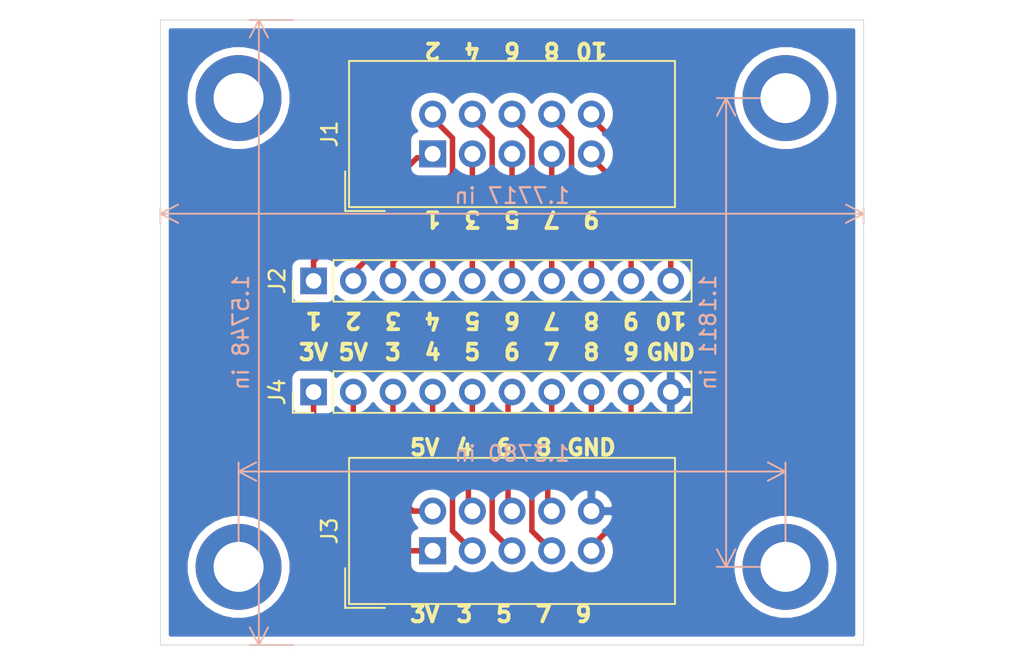
<source format=kicad_pcb>
(kicad_pcb (version 20171130) (host pcbnew "(5.1.5)-3")

  (general
    (thickness 1.6)
    (drawings 48)
    (tracks 59)
    (zones 0)
    (modules 8)
    (nets 21)
  )

  (page A4)
  (layers
    (0 F.Cu signal)
    (31 B.Cu signal)
    (32 B.Adhes user)
    (33 F.Adhes user)
    (34 B.Paste user)
    (35 F.Paste user)
    (36 B.SilkS user)
    (37 F.SilkS user)
    (38 B.Mask user)
    (39 F.Mask user)
    (40 Dwgs.User user)
    (41 Cmts.User user)
    (42 Eco1.User user)
    (43 Eco2.User user)
    (44 Edge.Cuts user)
    (45 Margin user)
    (46 B.CrtYd user)
    (47 F.CrtYd user)
    (48 B.Fab user)
    (49 F.Fab user)
  )

  (setup
    (last_trace_width 0.35)
    (trace_clearance 0.2)
    (zone_clearance 0.508)
    (zone_45_only no)
    (trace_min 0.2)
    (via_size 0.8)
    (via_drill 0.4)
    (via_min_size 0.4)
    (via_min_drill 0.3)
    (uvia_size 0.3)
    (uvia_drill 0.1)
    (uvias_allowed no)
    (uvia_min_size 0.2)
    (uvia_min_drill 0.1)
    (edge_width 0.05)
    (segment_width 0.2)
    (pcb_text_width 0.3)
    (pcb_text_size 1.5 1.5)
    (mod_edge_width 0.12)
    (mod_text_size 1 1)
    (mod_text_width 0.15)
    (pad_size 1.524 1.524)
    (pad_drill 0.762)
    (pad_to_mask_clearance 0.051)
    (solder_mask_min_width 0.25)
    (aux_axis_origin 0 0)
    (grid_origin 142.24 92.71)
    (visible_elements FFFFFF7F)
    (pcbplotparams
      (layerselection 0x010fc_ffffffff)
      (usegerberextensions false)
      (usegerberattributes false)
      (usegerberadvancedattributes false)
      (creategerberjobfile false)
      (excludeedgelayer true)
      (linewidth 0.100000)
      (plotframeref false)
      (viasonmask false)
      (mode 1)
      (useauxorigin false)
      (hpglpennumber 1)
      (hpglpenspeed 20)
      (hpglpendiameter 15.000000)
      (psnegative false)
      (psa4output false)
      (plotreference true)
      (plotvalue true)
      (plotinvisibletext false)
      (padsonsilk false)
      (subtractmaskfromsilk false)
      (outputformat 1)
      (mirror false)
      (drillshape 0)
      (scaleselection 1)
      (outputdirectory "IDC_MAP_GRBR/"))
  )

  (net 0 "")
  (net 1 "Net-(J1-Pad3)")
  (net 2 "Net-(J1-Pad4)")
  (net 3 "Net-(J1-Pad5)")
  (net 4 "Net-(J1-Pad6)")
  (net 5 "Net-(J1-Pad7)")
  (net 6 "Net-(J1-Pad8)")
  (net 7 "Net-(J1-Pad9)")
  (net 8 "Net-(J3-Pad9)")
  (net 9 "Net-(J3-Pad8)")
  (net 10 "Net-(J3-Pad7)")
  (net 11 "Net-(J3-Pad6)")
  (net 12 "Net-(J3-Pad5)")
  (net 13 "Net-(J3-Pad4)")
  (net 14 "Net-(J3-Pad3)")
  (net 15 "Net-(J1-Pad1)")
  (net 16 "Net-(J1-Pad2)")
  (net 17 "Net-(J1-Pad10)")
  (net 18 "Net-(J3-Pad10)")
  (net 19 "Net-(J3-Pad2)")
  (net 20 "Net-(J3-Pad1)")

  (net_class Default "This is the default net class."
    (clearance 0.2)
    (trace_width 0.35)
    (via_dia 0.8)
    (via_drill 0.4)
    (uvia_dia 0.3)
    (uvia_drill 0.1)
    (add_net "Net-(J1-Pad1)")
    (add_net "Net-(J1-Pad10)")
    (add_net "Net-(J1-Pad2)")
    (add_net "Net-(J1-Pad3)")
    (add_net "Net-(J1-Pad4)")
    (add_net "Net-(J1-Pad5)")
    (add_net "Net-(J1-Pad6)")
    (add_net "Net-(J1-Pad7)")
    (add_net "Net-(J1-Pad8)")
    (add_net "Net-(J1-Pad9)")
    (add_net "Net-(J3-Pad1)")
    (add_net "Net-(J3-Pad10)")
    (add_net "Net-(J3-Pad2)")
    (add_net "Net-(J3-Pad3)")
    (add_net "Net-(J3-Pad4)")
    (add_net "Net-(J3-Pad5)")
    (add_net "Net-(J3-Pad6)")
    (add_net "Net-(J3-Pad7)")
    (add_net "Net-(J3-Pad8)")
    (add_net "Net-(J3-Pad9)")
  )

  (module MountingHole:MountingHole_3.2mm_M3_ISO14580_Pad (layer F.Cu) (tedit 56D1B4CB) (tstamp 5ED5E0F0)
    (at 124.74 107.71)
    (descr "Mounting Hole 3.2mm, M3, ISO14580")
    (tags "mounting hole 3.2mm m3 iso14580")
    (attr virtual)
    (fp_text reference REF** (at 0 -3.75) (layer Dwgs.User)
      (effects (font (size 1 1) (thickness 0.15)))
    )
    (fp_text value MountingHole_3.2mm_M3_ISO14580_Pad (at 0 3.75) (layer F.Fab)
      (effects (font (size 1 1) (thickness 0.15)))
    )
    (fp_circle (center 0 0) (end 3 0) (layer F.CrtYd) (width 0.05))
    (fp_circle (center 0 0) (end 2.75 0) (layer Cmts.User) (width 0.15))
    (fp_text user %R (at 0.3 0) (layer F.Fab)
      (effects (font (size 1 1) (thickness 0.15)))
    )
    (pad 1 thru_hole circle (at 0 0) (size 5.5 5.5) (drill 3.2) (layers *.Cu *.Mask))
  )

  (module MountingHole:MountingHole_3.2mm_M3_ISO14580_Pad (layer F.Cu) (tedit 56D1B4CB) (tstamp 5ED5E0E9)
    (at 124.74 77.71)
    (descr "Mounting Hole 3.2mm, M3, ISO14580")
    (tags "mounting hole 3.2mm m3 iso14580")
    (attr virtual)
    (fp_text reference REF** (at 0 -3.75) (layer Dwgs.User)
      (effects (font (size 1 1) (thickness 0.15)))
    )
    (fp_text value MountingHole_3.2mm_M3_ISO14580_Pad (at 0 3.75) (layer F.Fab)
      (effects (font (size 1 1) (thickness 0.15)))
    )
    (fp_text user %R (at 0.3 0) (layer F.Fab)
      (effects (font (size 1 1) (thickness 0.15)))
    )
    (fp_circle (center 0 0) (end 2.75 0) (layer Cmts.User) (width 0.15))
    (fp_circle (center 0 0) (end 3 0) (layer F.CrtYd) (width 0.05))
    (pad 1 thru_hole circle (at 0 0) (size 5.5 5.5) (drill 3.2) (layers *.Cu *.Mask))
  )

  (module MountingHole:MountingHole_3.2mm_M3_ISO14580_Pad (layer F.Cu) (tedit 56D1B4CB) (tstamp 5ED5E0DB)
    (at 159.74 107.71)
    (descr "Mounting Hole 3.2mm, M3, ISO14580")
    (tags "mounting hole 3.2mm m3 iso14580")
    (attr virtual)
    (fp_text reference REF** (at 0 -3.75) (layer Dwgs.User)
      (effects (font (size 1 1) (thickness 0.15)))
    )
    (fp_text value MountingHole_3.2mm_M3_ISO14580_Pad (at 0 3.75) (layer F.Fab)
      (effects (font (size 1 1) (thickness 0.15)))
    )
    (fp_text user %R (at 0.3 0) (layer F.Fab)
      (effects (font (size 1 1) (thickness 0.15)))
    )
    (fp_circle (center 0 0) (end 2.75 0) (layer Cmts.User) (width 0.15))
    (fp_circle (center 0 0) (end 3 0) (layer F.CrtYd) (width 0.05))
    (pad 1 thru_hole circle (at 0 0) (size 5.5 5.5) (drill 3.2) (layers *.Cu *.Mask))
  )

  (module MountingHole:MountingHole_3.2mm_M3_ISO14580_Pad (layer F.Cu) (tedit 56D1B4CB) (tstamp 5ED5E0B9)
    (at 159.74 77.71)
    (descr "Mounting Hole 3.2mm, M3, ISO14580")
    (tags "mounting hole 3.2mm m3 iso14580")
    (attr virtual)
    (fp_text reference REF** (at 0 -3.75) (layer Dwgs.User)
      (effects (font (size 1 1) (thickness 0.15)))
    )
    (fp_text value MountingHole_3.2mm_M3_ISO14580_Pad (at 0 3.75) (layer F.Fab)
      (effects (font (size 1 1) (thickness 0.15)))
    )
    (fp_circle (center 0 0) (end 3 0) (layer F.CrtYd) (width 0.05))
    (fp_circle (center 0 0) (end 2.75 0) (layer Cmts.User) (width 0.15))
    (fp_text user %R (at 0.3 0) (layer F.Fab)
      (effects (font (size 1 1) (thickness 0.15)))
    )
    (pad 1 thru_hole circle (at 0 0) (size 5.5 5.5) (drill 3.2) (layers *.Cu *.Mask))
  )

  (module Connector_PinHeader_2.54mm:PinHeader_1x10_P2.54mm_Vertical (layer F.Cu) (tedit 59FED5CC) (tstamp 5ED5875F)
    (at 129.54 89.408 90)
    (descr "Through hole straight pin header, 1x10, 2.54mm pitch, single row")
    (tags "Through hole pin header THT 1x10 2.54mm single row")
    (path /5ED587EB)
    (fp_text reference J2 (at 0 -2.33 90) (layer F.SilkS)
      (effects (font (size 1 1) (thickness 0.15)))
    )
    (fp_text value Conn_01x10 (at 0 25.19 90) (layer F.Fab)
      (effects (font (size 1 1) (thickness 0.15)))
    )
    (fp_line (start -0.635 -1.27) (end 1.27 -1.27) (layer F.Fab) (width 0.1))
    (fp_line (start 1.27 -1.27) (end 1.27 24.13) (layer F.Fab) (width 0.1))
    (fp_line (start 1.27 24.13) (end -1.27 24.13) (layer F.Fab) (width 0.1))
    (fp_line (start -1.27 24.13) (end -1.27 -0.635) (layer F.Fab) (width 0.1))
    (fp_line (start -1.27 -0.635) (end -0.635 -1.27) (layer F.Fab) (width 0.1))
    (fp_line (start -1.33 24.19) (end 1.33 24.19) (layer F.SilkS) (width 0.12))
    (fp_line (start -1.33 1.27) (end -1.33 24.19) (layer F.SilkS) (width 0.12))
    (fp_line (start 1.33 1.27) (end 1.33 24.19) (layer F.SilkS) (width 0.12))
    (fp_line (start -1.33 1.27) (end 1.33 1.27) (layer F.SilkS) (width 0.12))
    (fp_line (start -1.33 0) (end -1.33 -1.33) (layer F.SilkS) (width 0.12))
    (fp_line (start -1.33 -1.33) (end 0 -1.33) (layer F.SilkS) (width 0.12))
    (fp_line (start -1.8 -1.8) (end -1.8 24.65) (layer F.CrtYd) (width 0.05))
    (fp_line (start -1.8 24.65) (end 1.8 24.65) (layer F.CrtYd) (width 0.05))
    (fp_line (start 1.8 24.65) (end 1.8 -1.8) (layer F.CrtYd) (width 0.05))
    (fp_line (start 1.8 -1.8) (end -1.8 -1.8) (layer F.CrtYd) (width 0.05))
    (fp_text user %R (at 0 11.43) (layer F.Fab)
      (effects (font (size 1 1) (thickness 0.15)))
    )
    (pad 1 thru_hole rect (at 0 0 90) (size 1.7 1.7) (drill 1) (layers *.Cu *.Mask)
      (net 15 "Net-(J1-Pad1)"))
    (pad 2 thru_hole oval (at 0 2.54 90) (size 1.7 1.7) (drill 1) (layers *.Cu *.Mask)
      (net 16 "Net-(J1-Pad2)"))
    (pad 3 thru_hole oval (at 0 5.08 90) (size 1.7 1.7) (drill 1) (layers *.Cu *.Mask)
      (net 1 "Net-(J1-Pad3)"))
    (pad 4 thru_hole oval (at 0 7.62 90) (size 1.7 1.7) (drill 1) (layers *.Cu *.Mask)
      (net 2 "Net-(J1-Pad4)"))
    (pad 5 thru_hole oval (at 0 10.16 90) (size 1.7 1.7) (drill 1) (layers *.Cu *.Mask)
      (net 3 "Net-(J1-Pad5)"))
    (pad 6 thru_hole oval (at 0 12.7 90) (size 1.7 1.7) (drill 1) (layers *.Cu *.Mask)
      (net 4 "Net-(J1-Pad6)"))
    (pad 7 thru_hole oval (at 0 15.24 90) (size 1.7 1.7) (drill 1) (layers *.Cu *.Mask)
      (net 5 "Net-(J1-Pad7)"))
    (pad 8 thru_hole oval (at 0 17.78 90) (size 1.7 1.7) (drill 1) (layers *.Cu *.Mask)
      (net 6 "Net-(J1-Pad8)"))
    (pad 9 thru_hole oval (at 0 20.32 90) (size 1.7 1.7) (drill 1) (layers *.Cu *.Mask)
      (net 7 "Net-(J1-Pad9)"))
    (pad 10 thru_hole oval (at 0 22.86 90) (size 1.7 1.7) (drill 1) (layers *.Cu *.Mask)
      (net 17 "Net-(J1-Pad10)"))
    (model ${KISYS3DMOD}/Connector_PinHeader_2.54mm.3dshapes/PinHeader_1x10_P2.54mm_Vertical.wrl
      (at (xyz 0 0 0))
      (scale (xyz 1 1 1))
      (rotate (xyz 0 0 0))
    )
  )

  (module Connector_PinHeader_2.54mm:PinHeader_1x10_P2.54mm_Vertical (layer F.Cu) (tedit 59FED5CC) (tstamp 5ED58792)
    (at 129.54 96.52 90)
    (descr "Through hole straight pin header, 1x10, 2.54mm pitch, single row")
    (tags "Through hole pin header THT 1x10 2.54mm single row")
    (path /5ED69749)
    (fp_text reference J4 (at 0 -2.33 90) (layer F.SilkS)
      (effects (font (size 1 1) (thickness 0.15)))
    )
    (fp_text value Conn_01x10 (at 0 25.19 90) (layer F.Fab)
      (effects (font (size 1 1) (thickness 0.15)))
    )
    (fp_text user %R (at 0 11.43) (layer F.Fab)
      (effects (font (size 1 1) (thickness 0.15)))
    )
    (fp_line (start 1.8 -1.8) (end -1.8 -1.8) (layer F.CrtYd) (width 0.05))
    (fp_line (start 1.8 24.65) (end 1.8 -1.8) (layer F.CrtYd) (width 0.05))
    (fp_line (start -1.8 24.65) (end 1.8 24.65) (layer F.CrtYd) (width 0.05))
    (fp_line (start -1.8 -1.8) (end -1.8 24.65) (layer F.CrtYd) (width 0.05))
    (fp_line (start -1.33 -1.33) (end 0 -1.33) (layer F.SilkS) (width 0.12))
    (fp_line (start -1.33 0) (end -1.33 -1.33) (layer F.SilkS) (width 0.12))
    (fp_line (start -1.33 1.27) (end 1.33 1.27) (layer F.SilkS) (width 0.12))
    (fp_line (start 1.33 1.27) (end 1.33 24.19) (layer F.SilkS) (width 0.12))
    (fp_line (start -1.33 1.27) (end -1.33 24.19) (layer F.SilkS) (width 0.12))
    (fp_line (start -1.33 24.19) (end 1.33 24.19) (layer F.SilkS) (width 0.12))
    (fp_line (start -1.27 -0.635) (end -0.635 -1.27) (layer F.Fab) (width 0.1))
    (fp_line (start -1.27 24.13) (end -1.27 -0.635) (layer F.Fab) (width 0.1))
    (fp_line (start 1.27 24.13) (end -1.27 24.13) (layer F.Fab) (width 0.1))
    (fp_line (start 1.27 -1.27) (end 1.27 24.13) (layer F.Fab) (width 0.1))
    (fp_line (start -0.635 -1.27) (end 1.27 -1.27) (layer F.Fab) (width 0.1))
    (pad 10 thru_hole oval (at 0 22.86 90) (size 1.7 1.7) (drill 1) (layers *.Cu *.Mask)
      (net 18 "Net-(J3-Pad10)"))
    (pad 9 thru_hole oval (at 0 20.32 90) (size 1.7 1.7) (drill 1) (layers *.Cu *.Mask)
      (net 8 "Net-(J3-Pad9)"))
    (pad 8 thru_hole oval (at 0 17.78 90) (size 1.7 1.7) (drill 1) (layers *.Cu *.Mask)
      (net 9 "Net-(J3-Pad8)"))
    (pad 7 thru_hole oval (at 0 15.24 90) (size 1.7 1.7) (drill 1) (layers *.Cu *.Mask)
      (net 10 "Net-(J3-Pad7)"))
    (pad 6 thru_hole oval (at 0 12.7 90) (size 1.7 1.7) (drill 1) (layers *.Cu *.Mask)
      (net 11 "Net-(J3-Pad6)"))
    (pad 5 thru_hole oval (at 0 10.16 90) (size 1.7 1.7) (drill 1) (layers *.Cu *.Mask)
      (net 12 "Net-(J3-Pad5)"))
    (pad 4 thru_hole oval (at 0 7.62 90) (size 1.7 1.7) (drill 1) (layers *.Cu *.Mask)
      (net 13 "Net-(J3-Pad4)"))
    (pad 3 thru_hole oval (at 0 5.08 90) (size 1.7 1.7) (drill 1) (layers *.Cu *.Mask)
      (net 14 "Net-(J3-Pad3)"))
    (pad 2 thru_hole oval (at 0 2.54 90) (size 1.7 1.7) (drill 1) (layers *.Cu *.Mask)
      (net 19 "Net-(J3-Pad2)"))
    (pad 1 thru_hole rect (at 0 0 90) (size 1.7 1.7) (drill 1) (layers *.Cu *.Mask)
      (net 20 "Net-(J3-Pad1)"))
    (model ${KISYS3DMOD}/Connector_PinHeader_2.54mm.3dshapes/PinHeader_1x10_P2.54mm_Vertical.wrl
      (at (xyz 0 0 0))
      (scale (xyz 1 1 1))
      (rotate (xyz 0 0 0))
    )
  )

  (module Connector_IDC:IDC-Header_2x05_P2.54mm_Vertical (layer F.Cu) (tedit 59DE0611) (tstamp 5ED58E5C)
    (at 137.16 81.28 90)
    (descr "Through hole straight IDC box header, 2x05, 2.54mm pitch, double rows")
    (tags "Through hole IDC box header THT 2x05 2.54mm double row")
    (path /5ED57B16)
    (fp_text reference J1 (at 1.27 -6.604 90) (layer F.SilkS)
      (effects (font (size 1 1) (thickness 0.15)))
    )
    (fp_text value Conn_02x05_Odd_Even (at 1.27 16.764 90) (layer F.Fab)
      (effects (font (size 1 1) (thickness 0.15)))
    )
    (fp_text user %R (at 1.27 5.08 90) (layer F.Fab)
      (effects (font (size 1 1) (thickness 0.15)))
    )
    (fp_line (start 5.695 -5.1) (end 5.695 15.26) (layer F.Fab) (width 0.1))
    (fp_line (start 5.145 -4.56) (end 5.145 14.7) (layer F.Fab) (width 0.1))
    (fp_line (start -3.155 -5.1) (end -3.155 15.26) (layer F.Fab) (width 0.1))
    (fp_line (start -2.605 -4.56) (end -2.605 2.83) (layer F.Fab) (width 0.1))
    (fp_line (start -2.605 7.33) (end -2.605 14.7) (layer F.Fab) (width 0.1))
    (fp_line (start -2.605 2.83) (end -3.155 2.83) (layer F.Fab) (width 0.1))
    (fp_line (start -2.605 7.33) (end -3.155 7.33) (layer F.Fab) (width 0.1))
    (fp_line (start 5.695 -5.1) (end -3.155 -5.1) (layer F.Fab) (width 0.1))
    (fp_line (start 5.145 -4.56) (end -2.605 -4.56) (layer F.Fab) (width 0.1))
    (fp_line (start 5.695 15.26) (end -3.155 15.26) (layer F.Fab) (width 0.1))
    (fp_line (start 5.145 14.7) (end -2.605 14.7) (layer F.Fab) (width 0.1))
    (fp_line (start 5.695 -5.1) (end 5.145 -4.56) (layer F.Fab) (width 0.1))
    (fp_line (start 5.695 15.26) (end 5.145 14.7) (layer F.Fab) (width 0.1))
    (fp_line (start -3.155 -5.1) (end -2.605 -4.56) (layer F.Fab) (width 0.1))
    (fp_line (start -3.155 15.26) (end -2.605 14.7) (layer F.Fab) (width 0.1))
    (fp_line (start 5.95 -5.35) (end 5.95 15.51) (layer F.CrtYd) (width 0.05))
    (fp_line (start 5.95 15.51) (end -3.41 15.51) (layer F.CrtYd) (width 0.05))
    (fp_line (start -3.41 15.51) (end -3.41 -5.35) (layer F.CrtYd) (width 0.05))
    (fp_line (start -3.41 -5.35) (end 5.95 -5.35) (layer F.CrtYd) (width 0.05))
    (fp_line (start 5.945 -5.35) (end 5.945 15.51) (layer F.SilkS) (width 0.12))
    (fp_line (start 5.945 15.51) (end -3.405 15.51) (layer F.SilkS) (width 0.12))
    (fp_line (start -3.405 15.51) (end -3.405 -5.35) (layer F.SilkS) (width 0.12))
    (fp_line (start -3.405 -5.35) (end 5.945 -5.35) (layer F.SilkS) (width 0.12))
    (fp_line (start -3.655 -5.6) (end -3.655 -3.06) (layer F.SilkS) (width 0.12))
    (fp_line (start -3.655 -5.6) (end -1.115 -5.6) (layer F.SilkS) (width 0.12))
    (pad 1 thru_hole rect (at 0 0 90) (size 1.7272 1.7272) (drill 1.016) (layers *.Cu *.Mask)
      (net 15 "Net-(J1-Pad1)"))
    (pad 2 thru_hole oval (at 2.54 0 90) (size 1.7272 1.7272) (drill 1.016) (layers *.Cu *.Mask)
      (net 16 "Net-(J1-Pad2)"))
    (pad 3 thru_hole oval (at 0 2.54 90) (size 1.7272 1.7272) (drill 1.016) (layers *.Cu *.Mask)
      (net 1 "Net-(J1-Pad3)"))
    (pad 4 thru_hole oval (at 2.54 2.54 90) (size 1.7272 1.7272) (drill 1.016) (layers *.Cu *.Mask)
      (net 2 "Net-(J1-Pad4)"))
    (pad 5 thru_hole oval (at 0 5.08 90) (size 1.7272 1.7272) (drill 1.016) (layers *.Cu *.Mask)
      (net 3 "Net-(J1-Pad5)"))
    (pad 6 thru_hole oval (at 2.54 5.08 90) (size 1.7272 1.7272) (drill 1.016) (layers *.Cu *.Mask)
      (net 4 "Net-(J1-Pad6)"))
    (pad 7 thru_hole oval (at 0 7.62 90) (size 1.7272 1.7272) (drill 1.016) (layers *.Cu *.Mask)
      (net 5 "Net-(J1-Pad7)"))
    (pad 8 thru_hole oval (at 2.54 7.62 90) (size 1.7272 1.7272) (drill 1.016) (layers *.Cu *.Mask)
      (net 6 "Net-(J1-Pad8)"))
    (pad 9 thru_hole oval (at 0 10.16 90) (size 1.7272 1.7272) (drill 1.016) (layers *.Cu *.Mask)
      (net 7 "Net-(J1-Pad9)"))
    (pad 10 thru_hole oval (at 2.54 10.16 90) (size 1.7272 1.7272) (drill 1.016) (layers *.Cu *.Mask)
      (net 17 "Net-(J1-Pad10)"))
    (model ${KISYS3DMOD}/Connector_IDC.3dshapes/IDC-Header_2x05_P2.54mm_Vertical.wrl
      (at (xyz 0 0 0))
      (scale (xyz 1 1 1))
      (rotate (xyz 0 0 0))
    )
  )

  (module Connector_IDC:IDC-Header_2x05_P2.54mm_Vertical (layer F.Cu) (tedit 59DE0611) (tstamp 5ED5904F)
    (at 137.16 106.68 90)
    (descr "Through hole straight IDC box header, 2x05, 2.54mm pitch, double rows")
    (tags "Through hole IDC box header THT 2x05 2.54mm double row")
    (path /5ED6973F)
    (fp_text reference J3 (at 1.27 -6.604 90) (layer F.SilkS)
      (effects (font (size 1 1) (thickness 0.15)))
    )
    (fp_text value Conn_02x05_Odd_Even (at 1.27 16.764 90) (layer F.Fab)
      (effects (font (size 1 1) (thickness 0.15)))
    )
    (fp_text user %R (at 1.27 5.08 90) (layer F.Fab)
      (effects (font (size 1 1) (thickness 0.15)))
    )
    (fp_line (start 5.695 -5.1) (end 5.695 15.26) (layer F.Fab) (width 0.1))
    (fp_line (start 5.145 -4.56) (end 5.145 14.7) (layer F.Fab) (width 0.1))
    (fp_line (start -3.155 -5.1) (end -3.155 15.26) (layer F.Fab) (width 0.1))
    (fp_line (start -2.605 -4.56) (end -2.605 2.83) (layer F.Fab) (width 0.1))
    (fp_line (start -2.605 7.33) (end -2.605 14.7) (layer F.Fab) (width 0.1))
    (fp_line (start -2.605 2.83) (end -3.155 2.83) (layer F.Fab) (width 0.1))
    (fp_line (start -2.605 7.33) (end -3.155 7.33) (layer F.Fab) (width 0.1))
    (fp_line (start 5.695 -5.1) (end -3.155 -5.1) (layer F.Fab) (width 0.1))
    (fp_line (start 5.145 -4.56) (end -2.605 -4.56) (layer F.Fab) (width 0.1))
    (fp_line (start 5.695 15.26) (end -3.155 15.26) (layer F.Fab) (width 0.1))
    (fp_line (start 5.145 14.7) (end -2.605 14.7) (layer F.Fab) (width 0.1))
    (fp_line (start 5.695 -5.1) (end 5.145 -4.56) (layer F.Fab) (width 0.1))
    (fp_line (start 5.695 15.26) (end 5.145 14.7) (layer F.Fab) (width 0.1))
    (fp_line (start -3.155 -5.1) (end -2.605 -4.56) (layer F.Fab) (width 0.1))
    (fp_line (start -3.155 15.26) (end -2.605 14.7) (layer F.Fab) (width 0.1))
    (fp_line (start 5.95 -5.35) (end 5.95 15.51) (layer F.CrtYd) (width 0.05))
    (fp_line (start 5.95 15.51) (end -3.41 15.51) (layer F.CrtYd) (width 0.05))
    (fp_line (start -3.41 15.51) (end -3.41 -5.35) (layer F.CrtYd) (width 0.05))
    (fp_line (start -3.41 -5.35) (end 5.95 -5.35) (layer F.CrtYd) (width 0.05))
    (fp_line (start 5.945 -5.35) (end 5.945 15.51) (layer F.SilkS) (width 0.12))
    (fp_line (start 5.945 15.51) (end -3.405 15.51) (layer F.SilkS) (width 0.12))
    (fp_line (start -3.405 15.51) (end -3.405 -5.35) (layer F.SilkS) (width 0.12))
    (fp_line (start -3.405 -5.35) (end 5.945 -5.35) (layer F.SilkS) (width 0.12))
    (fp_line (start -3.655 -5.6) (end -3.655 -3.06) (layer F.SilkS) (width 0.12))
    (fp_line (start -3.655 -5.6) (end -1.115 -5.6) (layer F.SilkS) (width 0.12))
    (pad 1 thru_hole rect (at 0 0 90) (size 1.7272 1.7272) (drill 1.016) (layers *.Cu *.Mask)
      (net 20 "Net-(J3-Pad1)"))
    (pad 2 thru_hole oval (at 2.54 0 90) (size 1.7272 1.7272) (drill 1.016) (layers *.Cu *.Mask)
      (net 19 "Net-(J3-Pad2)"))
    (pad 3 thru_hole oval (at 0 2.54 90) (size 1.7272 1.7272) (drill 1.016) (layers *.Cu *.Mask)
      (net 14 "Net-(J3-Pad3)"))
    (pad 4 thru_hole oval (at 2.54 2.54 90) (size 1.7272 1.7272) (drill 1.016) (layers *.Cu *.Mask)
      (net 13 "Net-(J3-Pad4)"))
    (pad 5 thru_hole oval (at 0 5.08 90) (size 1.7272 1.7272) (drill 1.016) (layers *.Cu *.Mask)
      (net 12 "Net-(J3-Pad5)"))
    (pad 6 thru_hole oval (at 2.54 5.08 90) (size 1.7272 1.7272) (drill 1.016) (layers *.Cu *.Mask)
      (net 11 "Net-(J3-Pad6)"))
    (pad 7 thru_hole oval (at 0 7.62 90) (size 1.7272 1.7272) (drill 1.016) (layers *.Cu *.Mask)
      (net 10 "Net-(J3-Pad7)"))
    (pad 8 thru_hole oval (at 2.54 7.62 90) (size 1.7272 1.7272) (drill 1.016) (layers *.Cu *.Mask)
      (net 9 "Net-(J3-Pad8)"))
    (pad 9 thru_hole oval (at 0 10.16 90) (size 1.7272 1.7272) (drill 1.016) (layers *.Cu *.Mask)
      (net 8 "Net-(J3-Pad9)"))
    (pad 10 thru_hole oval (at 2.54 10.16 90) (size 1.7272 1.7272) (drill 1.016) (layers *.Cu *.Mask)
      (net 18 "Net-(J3-Pad10)"))
    (model ${KISYS3DMOD}/Connector_IDC.3dshapes/IDC-Header_2x05_P2.54mm_Vertical.wrl
      (at (xyz 0 0 0))
      (scale (xyz 1 1 1))
      (rotate (xyz 0 0 0))
    )
  )

  (dimension 40 (width 0.12) (layer B.SilkS)
    (gr_text "40.000 mm" (at 124.77 92.71 90) (layer B.SilkS)
      (effects (font (size 1 1) (thickness 0.15)) (justify mirror))
    )
    (feature1 (pts (xy 128.24 72.71) (xy 125.453579 72.71)))
    (feature2 (pts (xy 128.24 112.71) (xy 125.453579 112.71)))
    (crossbar (pts (xy 126.04 112.71) (xy 126.04 72.71)))
    (arrow1a (pts (xy 126.04 72.71) (xy 126.626421 73.836504)))
    (arrow1b (pts (xy 126.04 72.71) (xy 125.453579 73.836504)))
    (arrow2a (pts (xy 126.04 112.71) (xy 126.626421 111.583496)))
    (arrow2b (pts (xy 126.04 112.71) (xy 125.453579 111.583496)))
  )
  (dimension 45 (width 0.12) (layer B.SilkS)
    (gr_text "45.000 mm" (at 142.24 86.38) (layer B.SilkS)
      (effects (font (size 1 1) (thickness 0.15)) (justify mirror))
    )
    (feature1 (pts (xy 119.74 84.81) (xy 119.74 85.696421)))
    (feature2 (pts (xy 164.74 84.81) (xy 164.74 85.696421)))
    (crossbar (pts (xy 164.74 85.11) (xy 119.74 85.11)))
    (arrow1a (pts (xy 119.74 85.11) (xy 120.866504 84.523579)))
    (arrow1b (pts (xy 119.74 85.11) (xy 120.866504 85.696421)))
    (arrow2a (pts (xy 164.74 85.11) (xy 163.613496 84.523579)))
    (arrow2b (pts (xy 164.74 85.11) (xy 163.613496 85.696421)))
  )
  (dimension 30 (width 0.12) (layer B.SilkS)
    (gr_text "30.000 mm" (at 154.67 92.71 90) (layer B.SilkS)
      (effects (font (size 1 1) (thickness 0.15)) (justify mirror))
    )
    (feature1 (pts (xy 159.74 77.71) (xy 155.353579 77.71)))
    (feature2 (pts (xy 159.74 107.71) (xy 155.353579 107.71)))
    (crossbar (pts (xy 155.94 107.71) (xy 155.94 77.71)))
    (arrow1a (pts (xy 155.94 77.71) (xy 156.526421 78.836504)))
    (arrow1b (pts (xy 155.94 77.71) (xy 155.353579 78.836504)))
    (arrow2a (pts (xy 155.94 107.71) (xy 156.526421 106.583496)))
    (arrow2b (pts (xy 155.94 107.71) (xy 155.353579 106.583496)))
  )
  (dimension 35 (width 0.12) (layer B.SilkS)
    (gr_text "35.000 mm" (at 142.24 100.34) (layer B.SilkS)
      (effects (font (size 1 1) (thickness 0.15)) (justify mirror))
    )
    (feature1 (pts (xy 159.74 107.71) (xy 159.74 101.023579)))
    (feature2 (pts (xy 124.74 107.71) (xy 124.74 101.023579)))
    (crossbar (pts (xy 124.74 101.61) (xy 159.74 101.61)))
    (arrow1a (pts (xy 159.74 101.61) (xy 158.613496 102.196421)))
    (arrow1b (pts (xy 159.74 101.61) (xy 158.613496 101.023579)))
    (arrow2a (pts (xy 124.74 101.61) (xy 125.866504 102.196421)))
    (arrow2b (pts (xy 124.74 101.61) (xy 125.866504 101.023579)))
  )
  (gr_line (start 119.74 72.71) (end 119.74 112.71) (layer Edge.Cuts) (width 0.05) (tstamp 5ED5E16E))
  (gr_line (start 164.74 72.71) (end 119.74 72.71) (layer Edge.Cuts) (width 0.05))
  (gr_line (start 164.74 112.71) (end 164.74 72.71) (layer Edge.Cuts) (width 0.05))
  (gr_line (start 119.74 112.71) (end 164.74 112.71) (layer Edge.Cuts) (width 0.05))
  (gr_text 1 (at 137.16 85.471 180) (layer F.SilkS) (tstamp 5ED58B9D)
    (effects (font (size 1 1) (thickness 0.25)))
  )
  (gr_text 2 (at 137.16 74.676 180) (layer F.SilkS) (tstamp 5ED58B9A)
    (effects (font (size 1 1) (thickness 0.25)))
  )
  (gr_text 3 (at 139.7 85.471 180) (layer F.SilkS) (tstamp 5ED58B97)
    (effects (font (size 1 1) (thickness 0.25)))
  )
  (gr_text 4 (at 139.7 74.676 180) (layer F.SilkS) (tstamp 5ED58B94)
    (effects (font (size 1 1) (thickness 0.25)))
  )
  (gr_text 5 (at 142.24 85.471 180) (layer F.SilkS) (tstamp 5ED58B91)
    (effects (font (size 1 1) (thickness 0.25)))
  )
  (gr_text 6 (at 142.24 74.676 180) (layer F.SilkS) (tstamp 5ED58B8E)
    (effects (font (size 1 1) (thickness 0.25)))
  )
  (gr_text 7 (at 144.78 85.471 180) (layer F.SilkS) (tstamp 5ED58B8B)
    (effects (font (size 1 1) (thickness 0.25)))
  )
  (gr_text 10 (at 147.32 74.676 180) (layer F.SilkS) (tstamp 5ED58B88)
    (effects (font (size 1 1) (thickness 0.25)))
  )
  (gr_text 8 (at 144.78 74.676 180) (layer F.SilkS) (tstamp 5ED58B85)
    (effects (font (size 1 1) (thickness 0.25)))
  )
  (gr_text 9 (at 147.32 85.471 180) (layer F.SilkS) (tstamp 5ED58B82)
    (effects (font (size 1 1) (thickness 0.25)))
  )
  (gr_text 10 (at 152.4 91.948 180) (layer F.SilkS) (tstamp 5ED58B51)
    (effects (font (size 1 1) (thickness 0.25)))
  )
  (gr_text 1 (at 129.54 91.948 180) (layer F.SilkS) (tstamp 5ED58B4F)
    (effects (font (size 1 1) (thickness 0.25)))
  )
  (gr_text 2 (at 132.08 91.948 180) (layer F.SilkS) (tstamp 5ED58B4D)
    (effects (font (size 1 1) (thickness 0.25)))
  )
  (gr_text 8 (at 147.32 91.948 180) (layer F.SilkS) (tstamp 5ED58B44)
    (effects (font (size 1 1) (thickness 0.25)))
  )
  (gr_text 7 (at 144.78 91.948 180) (layer F.SilkS) (tstamp 5ED58B43)
    (effects (font (size 1 1) (thickness 0.25)))
  )
  (gr_text 4 (at 137.16 91.948 180) (layer F.SilkS) (tstamp 5ED58B42)
    (effects (font (size 1 1) (thickness 0.25)))
  )
  (gr_text 3 (at 134.62 91.948 180) (layer F.SilkS) (tstamp 5ED58B41)
    (effects (font (size 1 1) (thickness 0.25)))
  )
  (gr_text 6 (at 142.24 91.948 180) (layer F.SilkS) (tstamp 5ED58B40)
    (effects (font (size 1 1) (thickness 0.25)))
  )
  (gr_text 5 (at 139.7 91.948 180) (layer F.SilkS) (tstamp 5ED58B3F)
    (effects (font (size 1 1) (thickness 0.25)))
  )
  (gr_text 9 (at 149.86 91.948 180) (layer F.SilkS) (tstamp 5ED58B3E)
    (effects (font (size 1 1) (thickness 0.25)))
  )
  (gr_text "GND\n" (at 147.32 100.076) (layer F.SilkS) (tstamp 5ED58AF9)
    (effects (font (size 1 1) (thickness 0.25)))
  )
  (gr_text 9 (at 146.812 110.744) (layer F.SilkS) (tstamp 5ED58AF6)
    (effects (font (size 1 1) (thickness 0.25)))
  )
  (gr_text 8 (at 144.272 100.076) (layer F.SilkS) (tstamp 5ED58AF3)
    (effects (font (size 1 1) (thickness 0.25)))
  )
  (gr_text 7 (at 144.272 110.744) (layer F.SilkS) (tstamp 5ED58EAB)
    (effects (font (size 1 1) (thickness 0.25)))
  )
  (gr_text 6 (at 141.732 100.076) (layer F.SilkS) (tstamp 5ED58AEC)
    (effects (font (size 1 1) (thickness 0.25)))
  )
  (gr_text 5 (at 141.732 110.744) (layer F.SilkS) (tstamp 5ED58AE9)
    (effects (font (size 1 1) (thickness 0.25)))
  )
  (gr_text 4 (at 139.192 100.076) (layer F.SilkS) (tstamp 5ED58AE6)
    (effects (font (size 1 1) (thickness 0.25)))
  )
  (gr_text 3 (at 139.192 110.744) (layer F.SilkS) (tstamp 5ED58AE3)
    (effects (font (size 1 1) (thickness 0.25)))
  )
  (gr_text 5V (at 136.652 100.076) (layer F.SilkS) (tstamp 5ED58AE0)
    (effects (font (size 1 1) (thickness 0.25)))
  )
  (gr_text 3V (at 136.652 110.744) (layer F.SilkS) (tstamp 5ED58ADB)
    (effects (font (size 1 1) (thickness 0.25)))
  )
  (gr_text 3V (at 129.54 93.98) (layer F.SilkS) (tstamp 5ED58ABE)
    (effects (font (size 1 1) (thickness 0.25)))
  )
  (gr_text 5V (at 132.08 93.98) (layer F.SilkS) (tstamp 5ED58ABC)
    (effects (font (size 1 1) (thickness 0.25)))
  )
  (gr_text 3 (at 134.62 93.98) (layer F.SilkS) (tstamp 5ED58ABA)
    (effects (font (size 1 1) (thickness 0.25)))
  )
  (gr_text 4 (at 137.16 93.98) (layer F.SilkS) (tstamp 5ED58AB8)
    (effects (font (size 1 1) (thickness 0.25)))
  )
  (gr_text 5 (at 139.7 93.98) (layer F.SilkS) (tstamp 5ED58AB6)
    (effects (font (size 1 1) (thickness 0.25)))
  )
  (gr_text 6 (at 142.24 93.98) (layer F.SilkS) (tstamp 5ED58AB4)
    (effects (font (size 1 1) (thickness 0.25)))
  )
  (gr_text 7 (at 144.78 93.98) (layer F.SilkS) (tstamp 5ED58AB2)
    (effects (font (size 1 1) (thickness 0.25)))
  )
  (gr_text "GND\n" (at 152.4 93.98) (layer F.SilkS) (tstamp 5ED58AB0)
    (effects (font (size 1 1) (thickness 0.25)))
  )
  (gr_text 9 (at 149.86 93.98) (layer F.SilkS) (tstamp 5ED58AA7)
    (effects (font (size 1 1) (thickness 0.25)))
  )
  (gr_text 8 (at 147.32 93.98) (layer F.SilkS) (tstamp 5ED58AA5)
    (effects (font (size 1 1) (thickness 0.25)))
  )

  (segment (start 139.7 83.125919) (end 134.62 88.205919) (width 0.35) (layer F.Cu) (net 1))
  (segment (start 139.7 81.534) (end 139.7 83.125919) (width 0.35) (layer F.Cu) (net 1))
  (segment (start 134.62 88.205919) (end 134.62 89.408) (width 0.35) (layer F.Cu) (net 1))
  (segment (start 137.16 87.376) (end 137.16 89.408) (width 0.35) (layer F.Cu) (net 2))
  (segment (start 140.97 83.566) (end 137.16 87.376) (width 0.35) (layer F.Cu) (net 2))
  (segment (start 139.7 78.994) (end 140.97 80.264) (width 0.35) (layer F.Cu) (net 2))
  (segment (start 140.97 80.264) (end 140.97 83.566) (width 0.35) (layer F.Cu) (net 2))
  (segment (start 142.24 81.534) (end 142.24 84.328) (width 0.35) (layer F.Cu) (net 3))
  (segment (start 139.7 86.868) (end 139.7 89.408) (width 0.35) (layer F.Cu) (net 3))
  (segment (start 142.24 84.328) (end 139.7 86.868) (width 0.35) (layer F.Cu) (net 3))
  (segment (start 142.24 78.994) (end 143.51 80.264) (width 0.35) (layer F.Cu) (net 4))
  (segment (start 143.51 80.264) (end 143.51 85.979) (width 0.35) (layer F.Cu) (net 4))
  (segment (start 142.24 87.249) (end 142.24 89.408) (width 0.35) (layer F.Cu) (net 4))
  (segment (start 143.51 85.979) (end 142.24 87.249) (width 0.35) (layer F.Cu) (net 4))
  (segment (start 144.78 81.534) (end 144.78 89.408) (width 0.35) (layer F.Cu) (net 5))
  (segment (start 144.78 78.994) (end 146.05 80.264) (width 0.35) (layer F.Cu) (net 6))
  (segment (start 146.05 80.264) (end 146.05 85.852) (width 0.35) (layer F.Cu) (net 6))
  (segment (start 147.32 87.122) (end 147.32 89.408) (width 0.35) (layer F.Cu) (net 6))
  (segment (start 146.05 85.852) (end 147.32 87.122) (width 0.35) (layer F.Cu) (net 6))
  (segment (start 149.86 84.074) (end 149.86 89.408) (width 0.35) (layer F.Cu) (net 7))
  (segment (start 147.32 81.534) (end 149.86 84.074) (width 0.35) (layer F.Cu) (net 7))
  (segment (start 136.906 106.68) (end 135.382 106.68) (width 0.35) (layer F.Cu) (net 20))
  (segment (start 129.54 100.838) (end 129.54 96.52) (width 0.35) (layer F.Cu) (net 20))
  (segment (start 135.382 106.68) (end 129.54 100.838) (width 0.35) (layer F.Cu) (net 20))
  (segment (start 136.906 104.14) (end 135.89 104.14) (width 0.35) (layer F.Cu) (net 19))
  (segment (start 132.08 100.33) (end 132.08 96.52) (width 0.35) (layer F.Cu) (net 19))
  (segment (start 135.89 104.14) (end 132.08 100.33) (width 0.35) (layer F.Cu) (net 19))
  (segment (start 149.86 103.886) (end 149.86 96.52) (width 0.35) (layer F.Cu) (net 8))
  (segment (start 147.066 106.68) (end 149.86 103.886) (width 0.35) (layer F.Cu) (net 8))
  (segment (start 144.526 104.14) (end 144.526 102.616) (width 0.35) (layer F.Cu) (net 9))
  (segment (start 147.32 99.822) (end 147.32 96.52) (width 0.35) (layer F.Cu) (net 9))
  (segment (start 144.526 102.616) (end 147.32 99.822) (width 0.35) (layer F.Cu) (net 9))
  (segment (start 144.78 99.06) (end 144.78 96.52) (width 0.35) (layer F.Cu) (net 10))
  (segment (start 144.78 106.68) (end 143.51 105.41) (width 0.35) (layer F.Cu) (net 10))
  (segment (start 143.51 100.33) (end 144.78 99.06) (width 0.35) (layer F.Cu) (net 10))
  (segment (start 143.51 105.41) (end 143.51 100.33) (width 0.35) (layer F.Cu) (net 10))
  (segment (start 141.986 96.774) (end 142.24 96.52) (width 0.35) (layer F.Cu) (net 11))
  (segment (start 141.986 104.14) (end 141.986 96.774) (width 0.35) (layer F.Cu) (net 11))
  (segment (start 139.7 101.6) (end 139.7 96.52) (width 0.35) (layer F.Cu) (net 12))
  (segment (start 142.24 106.68) (end 140.97 105.41) (width 0.35) (layer F.Cu) (net 12))
  (segment (start 140.97 102.87) (end 139.7 101.6) (width 0.35) (layer F.Cu) (net 12))
  (segment (start 140.97 105.41) (end 140.97 102.87) (width 0.35) (layer F.Cu) (net 12))
  (segment (start 139.446 104.14) (end 139.446 102.616) (width 0.35) (layer F.Cu) (net 13))
  (segment (start 137.16 100.33) (end 137.16 96.52) (width 0.35) (layer F.Cu) (net 13))
  (segment (start 139.446 102.616) (end 137.16 100.33) (width 0.35) (layer F.Cu) (net 13))
  (segment (start 138.43 102.87) (end 134.62 99.06) (width 0.35) (layer F.Cu) (net 14))
  (segment (start 134.62 99.06) (end 134.62 96.52) (width 0.35) (layer F.Cu) (net 14))
  (segment (start 139.7 106.68) (end 138.43 105.41) (width 0.35) (layer F.Cu) (net 14))
  (segment (start 138.43 105.41) (end 138.43 102.87) (width 0.35) (layer F.Cu) (net 14))
  (segment (start 129.54 88.208) (end 129.54 89.408) (width 0.35) (layer F.Cu) (net 15))
  (segment (start 136.154212 81.534) (end 129.54 88.148212) (width 0.35) (layer F.Cu) (net 15))
  (segment (start 129.54 88.148212) (end 129.54 88.208) (width 0.35) (layer F.Cu) (net 15))
  (segment (start 137.16 81.534) (end 136.154212 81.534) (width 0.35) (layer F.Cu) (net 15))
  (segment (start 132.08 88.9) (end 132.08 89.408) (width 0.35) (layer F.Cu) (net 16))
  (segment (start 138.43 82.55) (end 132.08 88.9) (width 0.35) (layer F.Cu) (net 16))
  (segment (start 137.16 78.994) (end 138.43 80.264) (width 0.35) (layer F.Cu) (net 16))
  (segment (start 138.43 80.264) (end 138.43 82.55) (width 0.35) (layer F.Cu) (net 16))
  (segment (start 152.4 84.074) (end 147.32 78.994) (width 0.35) (layer F.Cu) (net 17))
  (segment (start 152.4 89.408) (end 152.4 84.074) (width 0.35) (layer F.Cu) (net 17))

  (zone (net 18) (net_name "Net-(J3-Pad10)") (layer B.Cu) (tstamp 0) (hatch edge 0.508)
    (connect_pads (clearance 0.508))
    (min_thickness 0.254)
    (fill yes (arc_segments 32) (thermal_gap 0.508) (thermal_bridge_width 0.508))
    (polygon
      (pts
        (xy 164.74 112.71) (xy 119.74 112.71) (xy 119.74 72.71) (xy 164.74 72.71)
      )
    )
    (filled_polygon
      (pts
        (xy 164.08 112.05) (xy 120.4 112.05) (xy 120.4 107.376607) (xy 121.355 107.376607) (xy 121.355 108.043393)
        (xy 121.485083 108.697368) (xy 121.740252 109.313399) (xy 122.110698 109.867812) (xy 122.582188 110.339302) (xy 123.136601 110.709748)
        (xy 123.752632 110.964917) (xy 124.406607 111.095) (xy 125.073393 111.095) (xy 125.727368 110.964917) (xy 126.343399 110.709748)
        (xy 126.897812 110.339302) (xy 127.369302 109.867812) (xy 127.739748 109.313399) (xy 127.994917 108.697368) (xy 128.125 108.043393)
        (xy 128.125 107.376607) (xy 127.994917 106.722632) (xy 127.739748 106.106601) (xy 127.545843 105.8164) (xy 135.658328 105.8164)
        (xy 135.658328 107.5436) (xy 135.670588 107.668082) (xy 135.706898 107.78778) (xy 135.765863 107.898094) (xy 135.845215 107.994785)
        (xy 135.941906 108.074137) (xy 136.05222 108.133102) (xy 136.171918 108.169412) (xy 136.2964 108.181672) (xy 138.0236 108.181672)
        (xy 138.148082 108.169412) (xy 138.26778 108.133102) (xy 138.378094 108.074137) (xy 138.474785 107.994785) (xy 138.554137 107.898094)
        (xy 138.613102 107.78778) (xy 138.630636 107.729977) (xy 138.744698 107.844039) (xy 138.990147 108.008042) (xy 139.262875 108.12101)
        (xy 139.552401 108.1786) (xy 139.847599 108.1786) (xy 140.137125 108.12101) (xy 140.409853 108.008042) (xy 140.655302 107.844039)
        (xy 140.864039 107.635302) (xy 140.97 107.476719) (xy 141.075961 107.635302) (xy 141.284698 107.844039) (xy 141.530147 108.008042)
        (xy 141.802875 108.12101) (xy 142.092401 108.1786) (xy 142.387599 108.1786) (xy 142.677125 108.12101) (xy 142.949853 108.008042)
        (xy 143.195302 107.844039) (xy 143.404039 107.635302) (xy 143.51 107.476719) (xy 143.615961 107.635302) (xy 143.824698 107.844039)
        (xy 144.070147 108.008042) (xy 144.342875 108.12101) (xy 144.632401 108.1786) (xy 144.927599 108.1786) (xy 145.217125 108.12101)
        (xy 145.489853 108.008042) (xy 145.735302 107.844039) (xy 145.944039 107.635302) (xy 146.05 107.476719) (xy 146.155961 107.635302)
        (xy 146.364698 107.844039) (xy 146.610147 108.008042) (xy 146.882875 108.12101) (xy 147.172401 108.1786) (xy 147.467599 108.1786)
        (xy 147.757125 108.12101) (xy 148.029853 108.008042) (xy 148.275302 107.844039) (xy 148.484039 107.635302) (xy 148.648042 107.389853)
        (xy 148.653528 107.376607) (xy 156.355 107.376607) (xy 156.355 108.043393) (xy 156.485083 108.697368) (xy 156.740252 109.313399)
        (xy 157.110698 109.867812) (xy 157.582188 110.339302) (xy 158.136601 110.709748) (xy 158.752632 110.964917) (xy 159.406607 111.095)
        (xy 160.073393 111.095) (xy 160.727368 110.964917) (xy 161.343399 110.709748) (xy 161.897812 110.339302) (xy 162.369302 109.867812)
        (xy 162.739748 109.313399) (xy 162.994917 108.697368) (xy 163.125 108.043393) (xy 163.125 107.376607) (xy 162.994917 106.722632)
        (xy 162.739748 106.106601) (xy 162.369302 105.552188) (xy 161.897812 105.080698) (xy 161.343399 104.710252) (xy 160.727368 104.455083)
        (xy 160.073393 104.325) (xy 159.406607 104.325) (xy 158.752632 104.455083) (xy 158.136601 104.710252) (xy 157.582188 105.080698)
        (xy 157.110698 105.552188) (xy 156.740252 106.106601) (xy 156.485083 106.722632) (xy 156.355 107.376607) (xy 148.653528 107.376607)
        (xy 148.76101 107.117125) (xy 148.8186 106.827599) (xy 148.8186 106.532401) (xy 148.76101 106.242875) (xy 148.648042 105.970147)
        (xy 148.484039 105.724698) (xy 148.275302 105.515961) (xy 148.114187 105.408308) (xy 148.330293 105.246854) (xy 148.526817 105.028488)
        (xy 148.676964 104.775978) (xy 148.774963 104.499027) (xy 148.654464 104.267) (xy 147.447 104.267) (xy 147.447 104.287)
        (xy 147.193 104.287) (xy 147.193 104.267) (xy 147.173 104.267) (xy 147.173 104.013) (xy 147.193 104.013)
        (xy 147.193 102.806183) (xy 147.447 102.806183) (xy 147.447 104.013) (xy 148.654464 104.013) (xy 148.774963 103.780973)
        (xy 148.676964 103.504022) (xy 148.526817 103.251512) (xy 148.330293 103.033146) (xy 148.094944 102.857316) (xy 147.829814 102.730778)
        (xy 147.679026 102.685042) (xy 147.447 102.806183) (xy 147.193 102.806183) (xy 146.960974 102.685042) (xy 146.810186 102.730778)
        (xy 146.545056 102.857316) (xy 146.309707 103.033146) (xy 146.113183 103.251512) (xy 146.054559 103.350103) (xy 145.944039 103.184698)
        (xy 145.735302 102.975961) (xy 145.489853 102.811958) (xy 145.217125 102.69899) (xy 144.927599 102.6414) (xy 144.632401 102.6414)
        (xy 144.342875 102.69899) (xy 144.070147 102.811958) (xy 143.824698 102.975961) (xy 143.615961 103.184698) (xy 143.51 103.343281)
        (xy 143.404039 103.184698) (xy 143.195302 102.975961) (xy 142.949853 102.811958) (xy 142.677125 102.69899) (xy 142.387599 102.6414)
        (xy 142.092401 102.6414) (xy 141.802875 102.69899) (xy 141.530147 102.811958) (xy 141.284698 102.975961) (xy 141.075961 103.184698)
        (xy 140.97 103.343281) (xy 140.864039 103.184698) (xy 140.655302 102.975961) (xy 140.409853 102.811958) (xy 140.137125 102.69899)
        (xy 139.847599 102.6414) (xy 139.552401 102.6414) (xy 139.262875 102.69899) (xy 138.990147 102.811958) (xy 138.744698 102.975961)
        (xy 138.535961 103.184698) (xy 138.43 103.343281) (xy 138.324039 103.184698) (xy 138.115302 102.975961) (xy 137.869853 102.811958)
        (xy 137.597125 102.69899) (xy 137.307599 102.6414) (xy 137.012401 102.6414) (xy 136.722875 102.69899) (xy 136.450147 102.811958)
        (xy 136.204698 102.975961) (xy 135.995961 103.184698) (xy 135.831958 103.430147) (xy 135.71899 103.702875) (xy 135.6614 103.992401)
        (xy 135.6614 104.287599) (xy 135.71899 104.577125) (xy 135.831958 104.849853) (xy 135.995961 105.095302) (xy 136.110023 105.209364)
        (xy 136.05222 105.226898) (xy 135.941906 105.285863) (xy 135.845215 105.365215) (xy 135.765863 105.461906) (xy 135.706898 105.57222)
        (xy 135.670588 105.691918) (xy 135.658328 105.8164) (xy 127.545843 105.8164) (xy 127.369302 105.552188) (xy 126.897812 105.080698)
        (xy 126.343399 104.710252) (xy 125.727368 104.455083) (xy 125.073393 104.325) (xy 124.406607 104.325) (xy 123.752632 104.455083)
        (xy 123.136601 104.710252) (xy 122.582188 105.080698) (xy 122.110698 105.552188) (xy 121.740252 106.106601) (xy 121.485083 106.722632)
        (xy 121.355 107.376607) (xy 120.4 107.376607) (xy 120.4 95.67) (xy 128.051928 95.67) (xy 128.051928 97.37)
        (xy 128.064188 97.494482) (xy 128.100498 97.61418) (xy 128.159463 97.724494) (xy 128.238815 97.821185) (xy 128.335506 97.900537)
        (xy 128.44582 97.959502) (xy 128.565518 97.995812) (xy 128.69 98.008072) (xy 130.39 98.008072) (xy 130.514482 97.995812)
        (xy 130.63418 97.959502) (xy 130.744494 97.900537) (xy 130.841185 97.821185) (xy 130.920537 97.724494) (xy 130.979502 97.61418)
        (xy 131.001513 97.54162) (xy 131.133368 97.673475) (xy 131.376589 97.83599) (xy 131.646842 97.947932) (xy 131.93374 98.005)
        (xy 132.22626 98.005) (xy 132.513158 97.947932) (xy 132.783411 97.83599) (xy 133.026632 97.673475) (xy 133.233475 97.466632)
        (xy 133.35 97.29224) (xy 133.466525 97.466632) (xy 133.673368 97.673475) (xy 133.916589 97.83599) (xy 134.186842 97.947932)
        (xy 134.47374 98.005) (xy 134.76626 98.005) (xy 135.053158 97.947932) (xy 135.323411 97.83599) (xy 135.566632 97.673475)
        (xy 135.773475 97.466632) (xy 135.89 97.29224) (xy 136.006525 97.466632) (xy 136.213368 97.673475) (xy 136.456589 97.83599)
        (xy 136.726842 97.947932) (xy 137.01374 98.005) (xy 137.30626 98.005) (xy 137.593158 97.947932) (xy 137.863411 97.83599)
        (xy 138.106632 97.673475) (xy 138.313475 97.466632) (xy 138.43 97.29224) (xy 138.546525 97.466632) (xy 138.753368 97.673475)
        (xy 138.996589 97.83599) (xy 139.266842 97.947932) (xy 139.55374 98.005) (xy 139.84626 98.005) (xy 140.133158 97.947932)
        (xy 140.403411 97.83599) (xy 140.646632 97.673475) (xy 140.853475 97.466632) (xy 140.97 97.29224) (xy 141.086525 97.466632)
        (xy 141.293368 97.673475) (xy 141.536589 97.83599) (xy 141.806842 97.947932) (xy 142.09374 98.005) (xy 142.38626 98.005)
        (xy 142.673158 97.947932) (xy 142.943411 97.83599) (xy 143.186632 97.673475) (xy 143.393475 97.466632) (xy 143.51 97.29224)
        (xy 143.626525 97.466632) (xy 143.833368 97.673475) (xy 144.076589 97.83599) (xy 144.346842 97.947932) (xy 144.63374 98.005)
        (xy 144.92626 98.005) (xy 145.213158 97.947932) (xy 145.483411 97.83599) (xy 145.726632 97.673475) (xy 145.933475 97.466632)
        (xy 146.05 97.29224) (xy 146.166525 97.466632) (xy 146.373368 97.673475) (xy 146.616589 97.83599) (xy 146.886842 97.947932)
        (xy 147.17374 98.005) (xy 147.46626 98.005) (xy 147.753158 97.947932) (xy 148.023411 97.83599) (xy 148.266632 97.673475)
        (xy 148.473475 97.466632) (xy 148.59 97.29224) (xy 148.706525 97.466632) (xy 148.913368 97.673475) (xy 149.156589 97.83599)
        (xy 149.426842 97.947932) (xy 149.71374 98.005) (xy 150.00626 98.005) (xy 150.293158 97.947932) (xy 150.563411 97.83599)
        (xy 150.806632 97.673475) (xy 151.013475 97.466632) (xy 151.135195 97.284466) (xy 151.204822 97.401355) (xy 151.399731 97.617588)
        (xy 151.63308 97.791641) (xy 151.895901 97.916825) (xy 152.04311 97.961476) (xy 152.273 97.840155) (xy 152.273 96.647)
        (xy 152.527 96.647) (xy 152.527 97.840155) (xy 152.75689 97.961476) (xy 152.904099 97.916825) (xy 153.16692 97.791641)
        (xy 153.400269 97.617588) (xy 153.595178 97.401355) (xy 153.744157 97.151252) (xy 153.841481 96.876891) (xy 153.720814 96.647)
        (xy 152.527 96.647) (xy 152.273 96.647) (xy 152.253 96.647) (xy 152.253 96.393) (xy 152.273 96.393)
        (xy 152.273 95.199845) (xy 152.527 95.199845) (xy 152.527 96.393) (xy 153.720814 96.393) (xy 153.841481 96.163109)
        (xy 153.744157 95.888748) (xy 153.595178 95.638645) (xy 153.400269 95.422412) (xy 153.16692 95.248359) (xy 152.904099 95.123175)
        (xy 152.75689 95.078524) (xy 152.527 95.199845) (xy 152.273 95.199845) (xy 152.04311 95.078524) (xy 151.895901 95.123175)
        (xy 151.63308 95.248359) (xy 151.399731 95.422412) (xy 151.204822 95.638645) (xy 151.135195 95.755534) (xy 151.013475 95.573368)
        (xy 150.806632 95.366525) (xy 150.563411 95.20401) (xy 150.293158 95.092068) (xy 150.00626 95.035) (xy 149.71374 95.035)
        (xy 149.426842 95.092068) (xy 149.156589 95.20401) (xy 148.913368 95.366525) (xy 148.706525 95.573368) (xy 148.59 95.74776)
        (xy 148.473475 95.573368) (xy 148.266632 95.366525) (xy 148.023411 95.20401) (xy 147.753158 95.092068) (xy 147.46626 95.035)
        (xy 147.17374 95.035) (xy 146.886842 95.092068) (xy 146.616589 95.20401) (xy 146.373368 95.366525) (xy 146.166525 95.573368)
        (xy 146.05 95.74776) (xy 145.933475 95.573368) (xy 145.726632 95.366525) (xy 145.483411 95.20401) (xy 145.213158 95.092068)
        (xy 144.92626 95.035) (xy 144.63374 95.035) (xy 144.346842 95.092068) (xy 144.076589 95.20401) (xy 143.833368 95.366525)
        (xy 143.626525 95.573368) (xy 143.51 95.74776) (xy 143.393475 95.573368) (xy 143.186632 95.366525) (xy 142.943411 95.20401)
        (xy 142.673158 95.092068) (xy 142.38626 95.035) (xy 142.09374 95.035) (xy 141.806842 95.092068) (xy 141.536589 95.20401)
        (xy 141.293368 95.366525) (xy 141.086525 95.573368) (xy 140.97 95.74776) (xy 140.853475 95.573368) (xy 140.646632 95.366525)
        (xy 140.403411 95.20401) (xy 140.133158 95.092068) (xy 139.84626 95.035) (xy 139.55374 95.035) (xy 139.266842 95.092068)
        (xy 138.996589 95.20401) (xy 138.753368 95.366525) (xy 138.546525 95.573368) (xy 138.43 95.74776) (xy 138.313475 95.573368)
        (xy 138.106632 95.366525) (xy 137.863411 95.20401) (xy 137.593158 95.092068) (xy 137.30626 95.035) (xy 137.01374 95.035)
        (xy 136.726842 95.092068) (xy 136.456589 95.20401) (xy 136.213368 95.366525) (xy 136.006525 95.573368) (xy 135.89 95.74776)
        (xy 135.773475 95.573368) (xy 135.566632 95.366525) (xy 135.323411 95.20401) (xy 135.053158 95.092068) (xy 134.76626 95.035)
        (xy 134.47374 95.035) (xy 134.186842 95.092068) (xy 133.916589 95.20401) (xy 133.673368 95.366525) (xy 133.466525 95.573368)
        (xy 133.35 95.74776) (xy 133.233475 95.573368) (xy 133.026632 95.366525) (xy 132.783411 95.20401) (xy 132.513158 95.092068)
        (xy 132.22626 95.035) (xy 131.93374 95.035) (xy 131.646842 95.092068) (xy 131.376589 95.20401) (xy 131.133368 95.366525)
        (xy 131.001513 95.49838) (xy 130.979502 95.42582) (xy 130.920537 95.315506) (xy 130.841185 95.218815) (xy 130.744494 95.139463)
        (xy 130.63418 95.080498) (xy 130.514482 95.044188) (xy 130.39 95.031928) (xy 128.69 95.031928) (xy 128.565518 95.044188)
        (xy 128.44582 95.080498) (xy 128.335506 95.139463) (xy 128.238815 95.218815) (xy 128.159463 95.315506) (xy 128.100498 95.42582)
        (xy 128.064188 95.545518) (xy 128.051928 95.67) (xy 120.4 95.67) (xy 120.4 88.558) (xy 128.051928 88.558)
        (xy 128.051928 90.258) (xy 128.064188 90.382482) (xy 128.100498 90.50218) (xy 128.159463 90.612494) (xy 128.238815 90.709185)
        (xy 128.335506 90.788537) (xy 128.44582 90.847502) (xy 128.565518 90.883812) (xy 128.69 90.896072) (xy 130.39 90.896072)
        (xy 130.514482 90.883812) (xy 130.63418 90.847502) (xy 130.744494 90.788537) (xy 130.841185 90.709185) (xy 130.920537 90.612494)
        (xy 130.979502 90.50218) (xy 131.001513 90.42962) (xy 131.133368 90.561475) (xy 131.376589 90.72399) (xy 131.646842 90.835932)
        (xy 131.93374 90.893) (xy 132.22626 90.893) (xy 132.513158 90.835932) (xy 132.783411 90.72399) (xy 133.026632 90.561475)
        (xy 133.233475 90.354632) (xy 133.35 90.18024) (xy 133.466525 90.354632) (xy 133.673368 90.561475) (xy 133.916589 90.72399)
        (xy 134.186842 90.835932) (xy 134.47374 90.893) (xy 134.76626 90.893) (xy 135.053158 90.835932) (xy 135.323411 90.72399)
        (xy 135.566632 90.561475) (xy 135.773475 90.354632) (xy 135.89 90.18024) (xy 136.006525 90.354632) (xy 136.213368 90.561475)
        (xy 136.456589 90.72399) (xy 136.726842 90.835932) (xy 137.01374 90.893) (xy 137.30626 90.893) (xy 137.593158 90.835932)
        (xy 137.863411 90.72399) (xy 138.106632 90.561475) (xy 138.313475 90.354632) (xy 138.43 90.18024) (xy 138.546525 90.354632)
        (xy 138.753368 90.561475) (xy 138.996589 90.72399) (xy 139.266842 90.835932) (xy 139.55374 90.893) (xy 139.84626 90.893)
        (xy 140.133158 90.835932) (xy 140.403411 90.72399) (xy 140.646632 90.561475) (xy 140.853475 90.354632) (xy 140.97 90.18024)
        (xy 141.086525 90.354632) (xy 141.293368 90.561475) (xy 141.536589 90.72399) (xy 141.806842 90.835932) (xy 142.09374 90.893)
        (xy 142.38626 90.893) (xy 142.673158 90.835932) (xy 142.943411 90.72399) (xy 143.186632 90.561475) (xy 143.393475 90.354632)
        (xy 143.51 90.18024) (xy 143.626525 90.354632) (xy 143.833368 90.561475) (xy 144.076589 90.72399) (xy 144.346842 90.835932)
        (xy 144.63374 90.893) (xy 144.92626 90.893) (xy 145.213158 90.835932) (xy 145.483411 90.72399) (xy 145.726632 90.561475)
        (xy 145.933475 90.354632) (xy 146.05 90.18024) (xy 146.166525 90.354632) (xy 146.373368 90.561475) (xy 146.616589 90.72399)
        (xy 146.886842 90.835932) (xy 147.17374 90.893) (xy 147.46626 90.893) (xy 147.753158 90.835932) (xy 148.023411 90.72399)
        (xy 148.266632 90.561475) (xy 148.473475 90.354632) (xy 148.59 90.18024) (xy 148.706525 90.354632) (xy 148.913368 90.561475)
        (xy 149.156589 90.72399) (xy 149.426842 90.835932) (xy 149.71374 90.893) (xy 150.00626 90.893) (xy 150.293158 90.835932)
        (xy 150.563411 90.72399) (xy 150.806632 90.561475) (xy 151.013475 90.354632) (xy 151.13 90.18024) (xy 151.246525 90.354632)
        (xy 151.453368 90.561475) (xy 151.696589 90.72399) (xy 151.966842 90.835932) (xy 152.25374 90.893) (xy 152.54626 90.893)
        (xy 152.833158 90.835932) (xy 153.103411 90.72399) (xy 153.346632 90.561475) (xy 153.553475 90.354632) (xy 153.71599 90.111411)
        (xy 153.827932 89.841158) (xy 153.885 89.55426) (xy 153.885 89.26174) (xy 153.827932 88.974842) (xy 153.71599 88.704589)
        (xy 153.553475 88.461368) (xy 153.346632 88.254525) (xy 153.103411 88.09201) (xy 152.833158 87.980068) (xy 152.54626 87.923)
        (xy 152.25374 87.923) (xy 151.966842 87.980068) (xy 151.696589 88.09201) (xy 151.453368 88.254525) (xy 151.246525 88.461368)
        (xy 151.13 88.63576) (xy 151.013475 88.461368) (xy 150.806632 88.254525) (xy 150.563411 88.09201) (xy 150.293158 87.980068)
        (xy 150.00626 87.923) (xy 149.71374 87.923) (xy 149.426842 87.980068) (xy 149.156589 88.09201) (xy 148.913368 88.254525)
        (xy 148.706525 88.461368) (xy 148.59 88.63576) (xy 148.473475 88.461368) (xy 148.266632 88.254525) (xy 148.023411 88.09201)
        (xy 147.753158 87.980068) (xy 147.46626 87.923) (xy 147.17374 87.923) (xy 146.886842 87.980068) (xy 146.616589 88.09201)
        (xy 146.373368 88.254525) (xy 146.166525 88.461368) (xy 146.05 88.63576) (xy 145.933475 88.461368) (xy 145.726632 88.254525)
        (xy 145.483411 88.09201) (xy 145.213158 87.980068) (xy 144.92626 87.923) (xy 144.63374 87.923) (xy 144.346842 87.980068)
        (xy 144.076589 88.09201) (xy 143.833368 88.254525) (xy 143.626525 88.461368) (xy 143.51 88.63576) (xy 143.393475 88.461368)
        (xy 143.186632 88.254525) (xy 142.943411 88.09201) (xy 142.673158 87.980068) (xy 142.38626 87.923) (xy 142.09374 87.923)
        (xy 141.806842 87.980068) (xy 141.536589 88.09201) (xy 141.293368 88.254525) (xy 141.086525 88.461368) (xy 140.97 88.63576)
        (xy 140.853475 88.461368) (xy 140.646632 88.254525) (xy 140.403411 88.09201) (xy 140.133158 87.980068) (xy 139.84626 87.923)
        (xy 139.55374 87.923) (xy 139.266842 87.980068) (xy 138.996589 88.09201) (xy 138.753368 88.254525) (xy 138.546525 88.461368)
        (xy 138.43 88.63576) (xy 138.313475 88.461368) (xy 138.106632 88.254525) (xy 137.863411 88.09201) (xy 137.593158 87.980068)
        (xy 137.30626 87.923) (xy 137.01374 87.923) (xy 136.726842 87.980068) (xy 136.456589 88.09201) (xy 136.213368 88.254525)
        (xy 136.006525 88.461368) (xy 135.89 88.63576) (xy 135.773475 88.461368) (xy 135.566632 88.254525) (xy 135.323411 88.09201)
        (xy 135.053158 87.980068) (xy 134.76626 87.923) (xy 134.47374 87.923) (xy 134.186842 87.980068) (xy 133.916589 88.09201)
        (xy 133.673368 88.254525) (xy 133.466525 88.461368) (xy 133.35 88.63576) (xy 133.233475 88.461368) (xy 133.026632 88.254525)
        (xy 132.783411 88.09201) (xy 132.513158 87.980068) (xy 132.22626 87.923) (xy 131.93374 87.923) (xy 131.646842 87.980068)
        (xy 131.376589 88.09201) (xy 131.133368 88.254525) (xy 131.001513 88.38638) (xy 130.979502 88.31382) (xy 130.920537 88.203506)
        (xy 130.841185 88.106815) (xy 130.744494 88.027463) (xy 130.63418 87.968498) (xy 130.514482 87.932188) (xy 130.39 87.919928)
        (xy 128.69 87.919928) (xy 128.565518 87.932188) (xy 128.44582 87.968498) (xy 128.335506 88.027463) (xy 128.238815 88.106815)
        (xy 128.159463 88.203506) (xy 128.100498 88.31382) (xy 128.064188 88.433518) (xy 128.051928 88.558) (xy 120.4 88.558)
        (xy 120.4 77.376607) (xy 121.355 77.376607) (xy 121.355 78.043393) (xy 121.485083 78.697368) (xy 121.740252 79.313399)
        (xy 122.110698 79.867812) (xy 122.582188 80.339302) (xy 123.136601 80.709748) (xy 123.752632 80.964917) (xy 124.406607 81.095)
        (xy 125.073393 81.095) (xy 125.727368 80.964917) (xy 126.343399 80.709748) (xy 126.782426 80.4164) (xy 135.658328 80.4164)
        (xy 135.658328 82.1436) (xy 135.670588 82.268082) (xy 135.706898 82.38778) (xy 135.765863 82.498094) (xy 135.845215 82.594785)
        (xy 135.941906 82.674137) (xy 136.05222 82.733102) (xy 136.171918 82.769412) (xy 136.2964 82.781672) (xy 138.0236 82.781672)
        (xy 138.148082 82.769412) (xy 138.26778 82.733102) (xy 138.378094 82.674137) (xy 138.474785 82.594785) (xy 138.554137 82.498094)
        (xy 138.613102 82.38778) (xy 138.630636 82.329977) (xy 138.744698 82.444039) (xy 138.990147 82.608042) (xy 139.262875 82.72101)
        (xy 139.552401 82.7786) (xy 139.847599 82.7786) (xy 140.137125 82.72101) (xy 140.409853 82.608042) (xy 140.655302 82.444039)
        (xy 140.864039 82.235302) (xy 140.97 82.076719) (xy 141.075961 82.235302) (xy 141.284698 82.444039) (xy 141.530147 82.608042)
        (xy 141.802875 82.72101) (xy 142.092401 82.7786) (xy 142.387599 82.7786) (xy 142.677125 82.72101) (xy 142.949853 82.608042)
        (xy 143.195302 82.444039) (xy 143.404039 82.235302) (xy 143.51 82.076719) (xy 143.615961 82.235302) (xy 143.824698 82.444039)
        (xy 144.070147 82.608042) (xy 144.342875 82.72101) (xy 144.632401 82.7786) (xy 144.927599 82.7786) (xy 145.217125 82.72101)
        (xy 145.489853 82.608042) (xy 145.735302 82.444039) (xy 145.944039 82.235302) (xy 146.05 82.076719) (xy 146.155961 82.235302)
        (xy 146.364698 82.444039) (xy 146.610147 82.608042) (xy 146.882875 82.72101) (xy 147.172401 82.7786) (xy 147.467599 82.7786)
        (xy 147.757125 82.72101) (xy 148.029853 82.608042) (xy 148.275302 82.444039) (xy 148.484039 82.235302) (xy 148.648042 81.989853)
        (xy 148.76101 81.717125) (xy 148.8186 81.427599) (xy 148.8186 81.132401) (xy 148.76101 80.842875) (xy 148.648042 80.570147)
        (xy 148.484039 80.324698) (xy 148.275302 80.115961) (xy 148.116719 80.01) (xy 148.275302 79.904039) (xy 148.484039 79.695302)
        (xy 148.648042 79.449853) (xy 148.76101 79.177125) (xy 148.8186 78.887599) (xy 148.8186 78.592401) (xy 148.76101 78.302875)
        (xy 148.648042 78.030147) (xy 148.484039 77.784698) (xy 148.275302 77.575961) (xy 148.029853 77.411958) (xy 147.944509 77.376607)
        (xy 156.355 77.376607) (xy 156.355 78.043393) (xy 156.485083 78.697368) (xy 156.740252 79.313399) (xy 157.110698 79.867812)
        (xy 157.582188 80.339302) (xy 158.136601 80.709748) (xy 158.752632 80.964917) (xy 159.406607 81.095) (xy 160.073393 81.095)
        (xy 160.727368 80.964917) (xy 161.343399 80.709748) (xy 161.897812 80.339302) (xy 162.369302 79.867812) (xy 162.739748 79.313399)
        (xy 162.994917 78.697368) (xy 163.125 78.043393) (xy 163.125 77.376607) (xy 162.994917 76.722632) (xy 162.739748 76.106601)
        (xy 162.369302 75.552188) (xy 161.897812 75.080698) (xy 161.343399 74.710252) (xy 160.727368 74.455083) (xy 160.073393 74.325)
        (xy 159.406607 74.325) (xy 158.752632 74.455083) (xy 158.136601 74.710252) (xy 157.582188 75.080698) (xy 157.110698 75.552188)
        (xy 156.740252 76.106601) (xy 156.485083 76.722632) (xy 156.355 77.376607) (xy 147.944509 77.376607) (xy 147.757125 77.29899)
        (xy 147.467599 77.2414) (xy 147.172401 77.2414) (xy 146.882875 77.29899) (xy 146.610147 77.411958) (xy 146.364698 77.575961)
        (xy 146.155961 77.784698) (xy 146.05 77.943281) (xy 145.944039 77.784698) (xy 145.735302 77.575961) (xy 145.489853 77.411958)
        (xy 145.217125 77.29899) (xy 144.927599 77.2414) (xy 144.632401 77.2414) (xy 144.342875 77.29899) (xy 144.070147 77.411958)
        (xy 143.824698 77.575961) (xy 143.615961 77.784698) (xy 143.51 77.943281) (xy 143.404039 77.784698) (xy 143.195302 77.575961)
        (xy 142.949853 77.411958) (xy 142.677125 77.29899) (xy 142.387599 77.2414) (xy 142.092401 77.2414) (xy 141.802875 77.29899)
        (xy 141.530147 77.411958) (xy 141.284698 77.575961) (xy 141.075961 77.784698) (xy 140.97 77.943281) (xy 140.864039 77.784698)
        (xy 140.655302 77.575961) (xy 140.409853 77.411958) (xy 140.137125 77.29899) (xy 139.847599 77.2414) (xy 139.552401 77.2414)
        (xy 139.262875 77.29899) (xy 138.990147 77.411958) (xy 138.744698 77.575961) (xy 138.535961 77.784698) (xy 138.43 77.943281)
        (xy 138.324039 77.784698) (xy 138.115302 77.575961) (xy 137.869853 77.411958) (xy 137.597125 77.29899) (xy 137.307599 77.2414)
        (xy 137.012401 77.2414) (xy 136.722875 77.29899) (xy 136.450147 77.411958) (xy 136.204698 77.575961) (xy 135.995961 77.784698)
        (xy 135.831958 78.030147) (xy 135.71899 78.302875) (xy 135.6614 78.592401) (xy 135.6614 78.887599) (xy 135.71899 79.177125)
        (xy 135.831958 79.449853) (xy 135.995961 79.695302) (xy 136.110023 79.809364) (xy 136.05222 79.826898) (xy 135.941906 79.885863)
        (xy 135.845215 79.965215) (xy 135.765863 80.061906) (xy 135.706898 80.17222) (xy 135.670588 80.291918) (xy 135.658328 80.4164)
        (xy 126.782426 80.4164) (xy 126.897812 80.339302) (xy 127.369302 79.867812) (xy 127.739748 79.313399) (xy 127.994917 78.697368)
        (xy 128.125 78.043393) (xy 128.125 77.376607) (xy 127.994917 76.722632) (xy 127.739748 76.106601) (xy 127.369302 75.552188)
        (xy 126.897812 75.080698) (xy 126.343399 74.710252) (xy 125.727368 74.455083) (xy 125.073393 74.325) (xy 124.406607 74.325)
        (xy 123.752632 74.455083) (xy 123.136601 74.710252) (xy 122.582188 75.080698) (xy 122.110698 75.552188) (xy 121.740252 76.106601)
        (xy 121.485083 76.722632) (xy 121.355 77.376607) (xy 120.4 77.376607) (xy 120.4 73.37) (xy 164.080001 73.37)
      )
    )
  )
)

</source>
